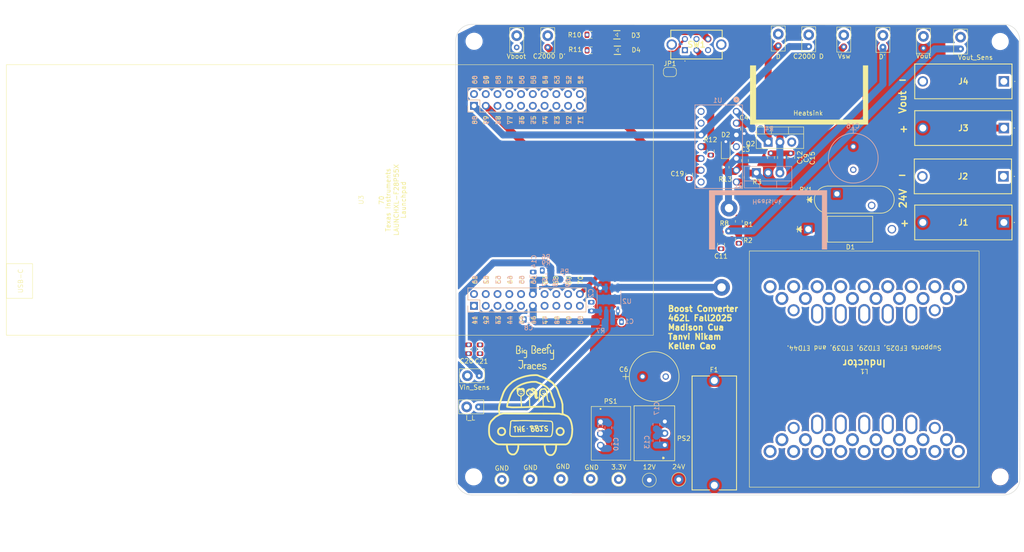
<source format=kicad_pcb>
(kicad_pcb (version 20241229) (generator "pcbnew") (generator_version "9.0")
  (layers (0 "F.Cu" signal) (4 "In1.Cu" signal) (6 "In2.Cu" signal) (2 "B.Cu" signal) (13 "F.Paste" user) (15 "B.Paste" user) (5 "F.SilkS" user "F.Silkscreen") (7 "B.SilkS" user "B.Silkscreen") (1 "F.Mask" user) (3 "B.Mask" user) (25 "Edge.Cuts" user))
  (net 0 "")
  (net 1 "+3.3V")
  (net 2 "GND")
  (net 3 "Net-(D2-K)")
  (net 4 "Net-(J6-Pin_1)")
  (net 5 "+24V")
  (net 6 "Net-(U1-HO)")
  (net 7 "/ADCINA9")
  (net 8 "Net-(U1-LO)")
  (net 9 "/ADCINA0")
  (net 10 "/ADCINA4")
  (net 11 "+12V")
  (net 12 "Vout")
  (net 13 "Net-(D3-A)")
  (net 14 "Net-(D3-K)")
  (net 15 "Net-(D4-A)")
  (net 16 "Net-(D4-K)")
  (net 17 "Vsw")
  (net 18 "C2000 D ")
  (net 19 "D'")
  (net 20 "D")
  (net 21 "C2000 D'")
  (net 22 "Vboot")
  (net 23 "Vin_sens")
  (net 24 "Vout_sens")
  (net 25 "I_L")
  (net 26 "Net-(JP1-A)")
  (net 27 "SD")
  (net 76 "Vin")
  (net 80 "Net-(U2-FILTER)")
  (footprint "TestPoint:TestPoint_Loop_D1.80mm_Drill1.0mm_Beaded" (layer "F.Cu") (at 29.99 136.23)
    (property "Reference" "GND")
    (property "Value" "TestPoint")
  )
  (footprint "images:BigBeefyJraces" (layer "F.Cu") (at 36.85 109.58)
    (property "Reference" "G***" (hide yes))
    (property "Value" "LOGO" (hide yes))
  )
  (footprint "ECE462L:TP" (layer "F.Cu") (at 129.04 41.93 90)
    (property "Reference" "Vout_Sens")
    (property "Value" "Conn_01x02")
  )
  (footprint "Resistor_SMD:R_0805_2012Metric" (layer "F.Cu") (at 78.31 68.75 -90)
    (property "Reference" "R13")
    (property "Value" "2 Ohm")
  )
  (footprint "ECE462L:Inductor_wire_conn" (layer "F.Cu") (at 79.04 77.57)
    (property "Reference" "J5" (hide yes))
    (property "Value" "Conn_01x01" (hide yes))
  )
  (footprint "ECE462L:Inductor" (layer "F.Cu") (at 108.24 112.33 180)
    (property "Reference" "L1")
    (property "Value" "L")
  )
  (footprint "Capacitor_SMD:C_0805_2012Metric" (layer "F.Cu") (at 90.28 66.645 90)
    (property "Reference" "C9")
    (property "Value" "0.01μF")
  )
  (footprint "ECE462L:TP" (layer "F.Cu") (at 112.27 41.55 90)
    (property "Reference" "D'")
    (property "Value" "Conn_01x02")
  )
  (footprint "ECE462L:V100ZA15P" (layer "F.Cu") (at 102.34 74.5)
    (property "Reference" "RV1")
    (property "Value" "Varistor")
  )
  (footprint "ECE462L:LAUNCHXL-F28P55X_BottomHalf" (layer "F.Cu") (at 3.66 75.81 90)
    (property "Reference" "U3")
    (property "Value" "LAUNCHXL-F28P55X_BottomHalf")
  )
  (footprint "TestPoint:TestPoint_Loop_D1.80mm_Drill1.0mm_Beaded" (layer "F.Cu") (at 55.21 136.13)
    (property "Reference" "3.3V")
    (property "Value" "TestPoint")
  )
  (footprint "MountingHole:MountingHole_3.2mm_M3" (layer "F.Cu") (at 23.9 135.6)
    (property "Reference" "H2" (hide yes))
    (property "Value" "MountingHole")
  )
  (footprint "images:BBJLogo" (layer "F.Cu") (at 36.23 122.4)
    (property "Reference" "G***" (hide yes))
    (property "Value" "LOGO" (hide yes))
  )
  (footprint "ECE462L:WL-SMRW_1206_REC" (layer "F.Cu") (at 54.82 40.16)
    (property "Reference" "D3")
    (property "Value" "LED")
  )
  (footprint "ECE462L:696108003002" (layer "F.Cu") (at 75.87 126.12 90)
    (property "Reference" "F1")
    (property "Value" "Fuse")
  )
  (footprint "ECE462L:TP" (layer "F.Cu") (at 96.25 41.43 90)
    (property "Reference" "C2000 D")
    (property "Value" "Conn_01x02")
  )
  (footprint "Resistor_SMD:R_0805_2012Metric" (layer "F.Cu") (at 78.0175 82.51)
    (property "Reference" "R8")
    (property "Value" "100")
  )
  (footprint "ECE462L:TP" (layer "F.Cu") (at 121.02 41.76 90)
    (property "Reference" "Vout")
    (property "Value" "Conn_01x02")
  )
  (footprint "ECE462L:1.5KE75A" (layer "F.Cu") (at 96.1506 82.13)
    (property "Reference" "D1")
    (property "Value" "D_Zener" (hide yes))
  )
  (footprint "Diode_SMD:Nexperia_CFP3_SOD-123W" (layer "F.Cu") (at 78.33 64.62 90)
    (property "Reference" "D2")
    (property "Value" "PMEG10020ELR")
  )
  (footprint "ECE462L:973582101" (layer "F.Cu") (at 138.39 60.29 180)
    (property "Reference" "J3")
    (property "Value" "973582101" (hide yes))
  )
  (footprint "ECE462L:973582100" (layer "F.Cu") (at 138.39 50.21 180)
    (property "Reference" "J4")
    (property "Value" "973582100" (hide yes))
  )
  (footprint "ECE462L:973582101" (layer "F.Cu") (at 138.39 80.67 180)
    (property "Reference" "J1")
    (property "Value" "973582101" (hide yes))
  )
  (footprint "ECE462L:TP" (layer "F.Cu") (at 39.9 41.6 90)
    (property "Reference" "C2000 D'")
    (property "Value" "Conn_01x02")
  )
  (footprint "Jumper:SolderJumper-2_P1.3mm_Open_RoundedPad1.0x1.5mm" (layer "F.Cu") (at 66.28 48.18)
    (property "Reference" "JP1")
    (property "Value" "SolderJumper_2_Open")
  )
  (footprint "Package_TO_SOT_THT:TO-220-3_Vertical" (layer "F.Cu") (at 87.5 63.32)
    (property "Reference" "Q2")
    (property "Value" "NMOS")
  )
  (footprint "Resistor_SMD:R_0805_2012Metric" (layer "F.Cu") (at 49.28 40.15 180)
    (property "Reference" "R10")
    (property "Value" "1k")
  )
  (footprint "MountingHole:MountingHole_3.2mm_M3" (layer "F.Cu") (at 24 41.55)
    (property "Reference" "H4" (hide yes))
    (property "Value" "MountingHole")
  )
  (footprint "TestPoint:TestPoint_Loop_D1.80mm_Drill1.0mm_Beaded" (layer "F.Cu") (at 49.17 136.02)
    (property "Reference" "GND")
    (property "Value" "TestPoint")
  )
  (footprint "ECE462L:WL-SMRW_1206_REC" (layer "F.Cu") (at 54.94 43.49)
    (property "Reference" "D4")
    (property "Value" "LED")
  )
  (footprint "ECE462L:Inductor_wire_conn" (layer "F.Cu") (at 77.44 94.69)
    (property "Reference" "J6" (hide yes))
    (property "Value" "Conn_01x01" (hide yes))
  )
  (footprint "Capacitor_SMD:C_0805_2012Metric" (layer "F.Cu") (at 22.82 108.04 -90)
    (property "Reference" "C20")
    (property "Value" "0.1μF")
  )
  (footprint "MountingHole:MountingHole_3.2mm_M3" (layer "F.Cu") (at 137.6 41.6)
    (property "Reference" "H1" (hide yes))
    (property "Value" "MountingHole")
  )
  (footprint "ECE462L:TP" (layer "F.Cu") (at 23.68 120.49 180)
    (property "Reference" "I_L")
    (property "Value" "Conn_01x02")
  )
  (footprint "Capacitor_SMD:C_0805_2012Metric" (layer "F.Cu") (at 77.33 85.39 -90)
    (property "Reference" "C11")
    (property "Value" "1n")
  )
  (footprint "Capacitor_SMD:C_0805_2012Metric" (layer "F.Cu") (at 82.49 67.31 90)
    (property "Reference" "C3")
    (property "Value" "C")
  )
  (footprint "ECE462L:TP" (layer "F.Cu") (at 23.83 113.76 180)
    (property "Reference" "Vin_Sens")
    (property "Value" "Conn_01x02")
  )
  (footprint "ECE462L:TP" (layer "F.Cu") (at 103.82 41.49 90)
    (property "Reference" "Vsw")
    (property "Value" "Conn_01x02")
  )
  (footprint "MountingHole:MountingHole_3.2mm_M3" (layer "F.Cu") (at 137.6 135.6)
    (property "Reference" "H3" (hide yes))
    (property "Value" "MountingHole")
  )
  (footprint "Capacitor_SMD:C_0805_2012Metric" (layer "F.Cu") (at 82.31 60.54 90)
    (property "Reference" "C4")
    (property "Value" "0.1μF")
  )
  (footprint "Resistor_SMD:R_0805_2012Metric" (layer "F.Cu") (at 75.11 65.2125 -90)
    (property "Reference" "R12")
    (property "Value" "1k")
  )
  (footprint "Resistor_SMD:R_0805_2012Metric" (layer "F.Cu") (at 49.3075 43.49 180)
    (property "Reference" "R11")
    (property "Value" "1k")
  )
  (footprint "ECE462L:R-78E3.3-1.0" (layer "F.Cu") (at 53.55 126.26 -90)
    (property "Reference" "PS1")
    (property "Value" "R-78E3.3-1.0")
  )
  (footprint "Capacitor_SMD:C_0805_2012Metric" (layer "F.Cu") (at 88.11 66.655 90)
    (property "Reference" "C12")
    (property "Value" "0.1μF")
  )
  (footprint "TestPoint:TestPoint_Loop_D1.80mm_Drill1.0mm_Beaded" (layer "F.Cu") (at 42.74 136.05)
    (property "Reference" "GND")
    (property "Value" "TestPoint")
  )
  (footprint "Resistor_SMD:R_0805_2012Metric" (layer "F.Cu") (at 83.05 70.9325 90)
    (property "Reference" "R3")
    (property "Value" "R_Small")
  )
  (footprint "TestPoint:TestPoint_Loop_D1.80mm_Drill1.0mm_Beaded" (layer "F.Cu") (at 61.83 136.3)
    (property "Reference" "12V")
    (property "Value" "TestPoint")
  )
  (footprint "ECE462L:TP" (layer "F.Cu") (at 33.2 41.6 90)
    (property "Reference" "Vboot")
    (property "Value" "Conn_01x02")
  )
  (footprint "Capacitor_SMD:C_0805_2012Metric" (layer "F.Cu") (at 25.28 108.06 -90)
    (property "Reference" "C21")
    (property "Value" "1μF")
  )
  (footprint "ECE462L:TP" (layer "F.Cu") (at 89.68 41.26 90)
    (property "Reference" "D")
    (property "Value" "Conn_01x02")
  )
  (footprint "Resistor_SMD:R_0805_2012Metric" (layer "F.Cu") (at 81.17 84.24 -90)
    (property "Reference" "R2")
    (property "Value" "3.3k")
  )
  (footprint "ECE462L:HSS-B20-NPS-01" (layer "F.Cu") (at 96.34 53.15)
    (property "Reference" "HS2" (hide yes))
    (property "Value" "Heatsink")
  )
  (footprint "ECE462L:R-78E-0.5_RCP" (layer "F.Cu") (at 65.18 128.73 90)
    (property "Reference" "PS2")
    (property "Value" "R-78E12-0.5")
  )
  (footprint "Capacitor_SMD:C_0805_2012Metric" (layer "F.Cu") (at 70.46 70.26 -90)
    (property "Reference" "C19")
    (property "Value" "1μF")
  )
  (footprint "TestPoint:TestPoint_Loop_D1.80mm_Drill1.0mm_Beaded" (layer "F.Cu") (at 68.19 136.18)
    (property "Reference" "24V")
    (property "Value" "TestPoint")
  )
  (footprint "TestPoint:TestPoint_Loop_D1.80mm_Drill1.0mm_Beaded" (layer "F.Cu") (at 36.14 136.13)
    (property "Reference" "GND")
    (property "Value" "TestPoint")
  )
  (footprint "ECE462L:973582100" (layer "F.Cu") (at 138.3 70.72 180)
    (property "Reference" "J2")
    (property "Value" "973582100" (hide yes))
  )
  (footprint "Resistor_SMD:R_0805_2012Metric" (layer "F.Cu") (at 81.16 80.425 -90)
    (property "Reference" "R1")
    (property "Value" "47k")
  )
  (footprint "ECE462L:SLW1116297AD" (layer "F.Cu") (at 69.52 43.46)
    (property "Reference" "SW1")
    (property "Value" "SW_Push_DPDT" (hide yes))
  )
  (footprint "ECE462L:16PX2200MEFC10X20" (layer "F.Cu") (at 60.37675 113.95)
    (property "Reference" "C6")
    (property "Value" "100uF")
  )
  (footprint "Capacitor_SMD:C_0805_2012Metric" (layer "F.Cu") (at 92.48 66.635 90)
    (property "Reference" "C15")
    (property "Value" "1μF")
  )
  (footprint "Resistor_SMD:R_0805_2012Metric" (layer "B.Cu") (at 39.6375 91.05 180)
    (property "Reference" "R6")
    (property "Value" "3.3k")
  )
  (footprint "Capacitor_SMD:C_0805_2012Metric" (layer "B.Cu") (at 49.3 98.85 90)
    (property "Reference" "C2")
    (property "Value" "0.1μF")
  )
  (footprint "ECE462L:1-2199298-3" (layer "B.Cu") (at 80.63 56.69 -90)
    (property "Reference" "U1")
    (property "Value" "IR2010")
  )
  (footprint "Resistor_SMD:R_0805_2012Metric" (layer "B.Cu") (at 84.93 60.47)
    (property "Reference" "R4")
    (property "Value" "R_Small")
  )
  (footprint "Capacitor_SMD:C_0805_2012Metric" (layer "B.Cu") (at 52.96 128.53 90)
    (property "Reference" "C10")
    (property "Value" "10uF")
  )
  (footprint "Resistor_SMD:R_0805_2012Metric" (layer "B.Cu") (at 51.35 102.13)
    (property "Reference" "R7")
    (property "Value" "100")
  )
  (footprint "Capacitor_SMD:C_0805_2012Metric" (layer "B.Cu") (at 36.77 92.32 90)
    (property "Reference" "C14")
    (property "Value" "1n")
  )
  (footprint "Package_TO_SOT_THT:TO-220-3_Vertical" (layer "B.Cu") (at 84.94 69.95)
    (property "Reference" "Q1")
    (property "Value" "NMOS")
  )
  (footprint "Capacitor_SMD:C_0805_2012Metric" (layer "B.Cu") (at 52.99 124.99 -90)
    (property "Reference" "C7")
    (property "Value" "10uF")
  )
  (footprint "Capacitor_SMD:C_0805_2012Metric" (layer "B.Cu") (at 35.81 101.63 180)
    (property "Reference" "C8")
    (property "Value" "1n")
  )
  (footprint "Resistor_SMD:R_0805_2012Metric" (layer "B.Cu") (at 43.4675 92.94 180)
    (property "Reference" "R5")
    (property "Value" "22k")
  )
  (footprint "Capacitor_SMD:C_0805_2012Metric" (layer "B.Cu") (at 63.36 127.79 90)
    (property "Reference" "C13")
    (property "Value" "10uF")
  )
  (footprint "Capacitor_SMD:C_0805_2012Metric" (layer "B.Cu") (at 63.36 124.29 -90)
    (property "Reference" "C17")
    (property "Value" "10uF")
  )
  (footprint "Package_SO:SOIC-8_3.9x4.9mm_P1.27mm" (layer "B.Cu") (at 53.125 97.315 -90)
    (property "Reference" "U2")
    (property "Value" "CT416-HSN820DR")
  )
  (footprint "ECE462L:16PX2200MEFC10X20" (layer "B.Cu") (at 105.87 64.29 -90)
    (property "Reference" "C16")
    (property "Value" "100uF")
  )
  (footprint "ECE462L:HSS-B20-NPS-01" (layer "B.Cu") (at 87.48 80.11)
    (property "Reference" "HS1" (hide yes))
    (property "Value" "Heatsink")
  )
  (footprint "Resistor_SMD:R_0805_2012Metric" (layer "B.Cu") (at 39.6575 93.14)
    (property "Reference" "R9")
    (property "Value" "100")
  )
  (footprint "Capacitor_SMD:C_0805_2012Metric" (layer "B.Cu") (at 54.87 102.09)
    (property "Reference" "C1")
    (property "Value" "100 pF")
  )
  (gr_line (start 141.844102 136.050001) (end 141.812557 41.326741) (stroke (width 0.1)) (layer "Edge.Cuts"))
  (gr_line (start 138.362558 37.891611) (end 23.5 37.900003) (stroke (width 0.1)) (layer "Edge.Cuts"))
  (gr_arc (start 20.055898 41.349999) (mid 21.064287 38.912557) (end 23.5 37.9) (stroke (width 0.1)) (layer "Edge.Cuts"))
  (gr_line (start 20.055898 41.349999) (end 20.089512 136.060483) (stroke (width 0.1)) (layer "Edge.Cuts"))
  (gr_arc (start 141.844102 136.050001) (mid 140.835713 138.487443) (end 138.4 139.5) (stroke (width 0.1)) (layer "Edge.Cuts"))
  (gr_arc (start 138.362558 37.891611) (mid 140.8 38.9) (end 141.812557 41.335713) (stroke (width 0.1)) (layer "Edge.Cuts"))
  (gr_arc (start 23.539512 139.510483) (mid 21.1 138.5) (end 20.089512 136.060483) (stroke (width 0.1)) (layer "Edge.Cuts"))
  (gr_line (start 23.53953 139.510483) (end 138.4 139.5) (stroke (width 0.1)) (layer "Edge.Cuts"))
  (gr_text "-\n" (at 115.3 71.27 0) (layer "F.SilkS") (effects (font (size 1.5 1.5) (thickness 0.3) (bold yes)) (justify left bottom)))
  (gr_text "+\n" (at 115.85 81.66 0) (layer "F.SilkS") (effects (font (size 1.5 1.5) (thickness 0.3) (bold yes)) (justify left bottom)))
  (gr_text "Boost Converter \n462L Fall2025\nMadison Cua\nTanvi Nikam\nKellen Cao" (at 65.71 108.09 0) (layer "F.SilkS") (effects (font (size 1.25 1.25) (thickness 0.3) (bold yes)) (justify left bottom)))
  (gr_text "24V" (at 117.49 77.76 90) (layer "F.SilkS") (effects (font (size 1.5 1.5) (thickness 0.3) (bold yes)) (justify left bottom)))
  (gr_text "-\n" (at 115.39 50.71 0) (layer "F.SilkS") (effects (font (size 1.5 1.5) (thickness 0.3) (bold yes)) (justify left bottom)))
  (gr_text "+\n" (at 115.66 61.31 0) (layer "F.SilkS") (effects (font (size 1.5 1.5) (thickness 0.3) (bold yes)) (justify left bottom)))
  (gr_text "Vout\n" (at 117.41 57.33 90) (layer "F.SilkS") (effects (font (size 1.5 1.5) (thickness 0.3) (bold yes)) (justify left bottom)))
  (segment (start 73.01 69.39) (end 70.54 69.39) (width 1.5) (layer "F.Cu") (net 1))
  (segment (start 70.54 69.39) (end 70.46 69.31) (width 1.5) (layer "F.Cu") (net 1))
  (via (at 22.82 107.09) (size 0.9) (drill 0.6) (layers "F.Cu" "B.Cu") (net 1))
  (via (at 25.3 107.08) (size 0.9) (drill 0.6) (layers "F.Cu" "B.Cu") (net 1))
  (via (at 75.12 66.14) (size 0.9) (drill 0.6) (layers "F.Cu" "B.Cu") (net 1))
  (via (at 49.35 99.77) (size 0.9) (drill 0.6) (layers "F.Cu" "B.Cu") (net 1))
  (segment (start 51.3 128.8) (end 51.97 129.47) (width 1.5) (layer "B.Cu") (net 1))
  (segment (start 51.97 129.47) (end 52.93 129.47) (width 1.5) (layer "B.Cu") (net 1))
  (segment (start 51.22 99.79) (end 49.37 99.79) (width 1) (layer "B.Cu") (net 1))
  (segment (start 49.37 99.79) (end 49.35 99.77) (width 1) (layer "B.Cu") (net 1))
  (segment (start 80.63 59.23) (end 81.95 59.23) (width 1.5) (layer "F.Cu") (net 2))
  (segment (start 81.95 59.23) (end 82.31 59.59) (width 1.5) (layer "F.Cu") (net 2))
  (segment (start 88.16 65.755) (end 88.11 65.705) (width 1.25) (layer "F.Cu") (net 2))
  (segment (start 92.38 65.755) (end 88.16 65.755) (width 1.25) (layer "F.Cu") (net 2))
  (via (at 38.7 91.02) (size 0.9) (drill 0.6) (layers "F.Cu" "B.Cu") (net 2))
  (via (at 25.29 108.98) (size 0.9) (drill 0.6) (layers "F.Cu" "B.Cu") (net 2))
  (via (at 92.38 65.755) (size 0.9) (drill 0.6) (layers "F.Cu" "B.Cu") (net 2))
  (via (at 22.78 108.99) (size 0.9) (drill 0.6) (layers "F.Cu" "B.Cu") (net 2))
  (via (at 81.14 85.18) (size 0.9) (drill 0.6) (layers "F.Cu" "B.Cu") (net 2))
  (via (at 70.43 71.18) (size 0.9) (drill 0.6) (layers "F.Cu" "B.Cu") (net 2))
  (via (at 36.71 91.39) (size 0.9) (drill 0.6) (layers "F.Cu" "B.Cu") (net 2))
  (via (at 34.8 101.56) (size 0.9) (drill 0.6) (layers "F.Cu" "B.Cu") (net 2))
  (via (at 88.06 65.725) (size 0.9) (drill 0.6) (layers "F.Cu" "B.Cu") (net 2))
  (via (at 48.4 40.15) (size 0.9) (drill 0.6) (layers "F.Cu" "B.Cu") (net 2))
  (via (at 48.39 43.56) (size 0.9) (drill 0.6) (layers "F.Cu" "B.Cu") (net 2))
  (via (at 49.33 97.88) (size 0.9) (drill 0.6) (layers "F.Cu" "B.Cu") (net 2))
  (via (at 77.34 86.36) (size 0.9) (drill 0.6) (layers "F.Cu" "B.Cu") (net 2))
  (via (at 55.06 99.79) (size 0.9) (drill 0.6) (layers "F.Cu" "B.Cu") (net 2))
  (via (at 55.83 102.16) (size 0.9) (drill 0.6) (layers "F.Cu" "B.Cu") (net 2))
  (segment (start 65.18 126.19) (end 64.01 126.19) (width 1.5) (layer "B.Cu") (net 2))
  (segment (start 64.01 126.19) (end 63.36 126.84) (width 1.5) (layer "B.Cu") (net 2))
  (segment (start 51.64 126.26) (end 52.96 127.58) (width 1.5) (layer "B.Cu") (net 2))
  (segment (start 52.67 126.26) (end 52.99 125.94) (width 1.5) (layer "B.Cu") (net 2))
  (segment (start 65.18 126.19) (end 64.31 126.19) (width 1.5) (layer "B.Cu") (net 2))
  (segment (start 64.31 126.19) (end 63.36 125.24) (width 1.5) (layer "B.Cu") (net 2))
  (segment (start 51.3 126.26) (end 52.67 126.26) (width 1.5) (layer "B.Cu") (net 2))
  (segment (start 51.3 126.26) (end 51.64 126.26) (width 1.5) (layer "B.Cu") (net 2))
  (segment (start 78.33 66.02) (end 78.33 67.8175) (width 1.5) (layer "F.Cu") (net 3))
  (segment (start 78.33 67.8175) (end 78.31 67.8375) (width 1.5) (layer "F.Cu") (net 3))
  (segment (start 55.18 94.69) (end 55.03 94.84) (width 1.5) (layer "B.Cu") (net 4))
  (segment (start 55.03 94.84) (end 53.941 94.84) (width 1.5) (layer "B.Cu") (net 4))
  (segment (start 77.44 94.69) (end 55.18 94.69) (width 1.5) (layer "B.Cu") (net 4))
  (segment (start 65.18 128.73) (end 63.37 128.73) (width 1.5) (layer "B.Cu") (net 5))
  (segment (start 63.37 128.73) (end 63.36 128.74) (width 1.5) (layer "B.Cu") (net 5))
  (segment (start 52.67 123.72) (end 52.99 124.04) (width 1.5) (layer "B.Cu") (net 5))
  (segment (start 51.3 123.72) (end 52.67 123.72) (width 1.5) (layer "B.Cu") (net 5))
  (segment (start 80.63 71.93) (end 82.965 71.93) (width 1.5) (layer "F.Cu") (net 6))
  (segment (start 82.965 71.93) (end 83.05 71.845) (width 1.5) (layer "F.Cu") (net 6))
  (segment (start 50.4375 102.13) (end 37.26 102.13) (width 1.5) (layer "B.Cu") (net 7))
  (segment (start 36.76 98.75) (end 36.68 98.67) (width 1.5) (layer "B.Cu") (net 7))
  (segment (start 36.76 101.63) (end 36.76 98.75) (width 1.5) (layer "B.Cu") (net 7))
  (segment (start 37.26 102.13) (end 36.76 101.63) (width 1.5) (layer "B.Cu") (net 7))
  (segment (start 80.63 56.69) (end 84.0175 60.0775) (width 1.5) (layer "B.Cu") (net 8))
  (segment (start 84.0175 60.0775) (end 84.0175 60.47) (width 1.5) (layer "B.Cu") (net 8))
  (segment (start 77.33 84.44) (end 77.33 82.735) (width 1) (layer "F.Cu") (net 9))
  (segment (start 77.33 84.44) (end 58.53 84.44) (width 1) (layer "F.Cu") (net 9))
  (segment (start 77.33 82.735) (end 77.105 82.51) (width 1) (layer "F.Cu") (net 9))
  (segment (start 58.53 84.44) (end 46.84 96.13) (width 1) (layer "F.Cu") (net 9))
  (segment (start 38.745 93.14) (end 36.9 93.14) (width 1.5) (layer "B.Cu") (net 10))
  (segment (start 36.77 96.04) (end 36.68 96.13) (width 1.5) (layer "B.Cu") (net 10))
  (segment (start 36.9 93.14) (end 36.77 93.27) (width 1.5) (layer "B.Cu") (net 10))
  (segment (start 36.77 93.27) (end 36.77 96.04) (width 1.5) (layer "B.Cu") (net 10))
  (segment (start 79.429383 62.970617) (end 79.429383 63.099384) (width 1.5) (layer "F.Cu") (net 11))
  (segment (start 80.63 61.77) (end 79.429383 62.970617) (width 1.5) (layer "F.Cu") (net 11))
  (segment (start 79.429383 63.099384) (end 78.450616 63.099384) (width 1.5) (layer "F.Cu") (net 11))
  (segment (start 78.450616 63.099384) (end 78.33 63.22) (width 1.5) (layer "F.Cu") (net 11))
  (via (at 78.36 63.22) (size 0.9) (drill 0.6) (layers "F.Cu" "B.Cu") (net 11))
  (via (at 82.32 61.48) (size 0.9) (drill 0.6) (layers "F.Cu" "B.Cu") (net 11))
  (segment (start 65.18 123.65) (end 64.87 123.34) (width 1.5) (layer "B.Cu") (net 11))
  (segment (start 64.87 123.34) (end 63.36 123.34) (width 1.5) (layer "B.Cu") (net 11))
  (segment (start 120.89 60.29) (end 138.39 60.29) (width 1.5) (layer "F.Cu") (net 12))
  (segment (start 72.919 39.459) (end 57.271 39.459) (width 1.5) (layer "F.Cu") (net 13))
  (segment (start 74.52 41.06) (end 72.919 39.459) (width 1.5) (layer "F.Cu") (net 13))
  (segment (start 57.271 39.459) (end 56.57 40.16) (width 1.5) (layer "F.Cu") (net 13))
  (segment (start 53.06 40.15) (end 53.07 40.16) (width 1.25) (layer "F.Cu") (net 14))
  (segment (start 50.1925 40.15) (end 53.06 40.15) (width 1.25) (layer "F.Cu") (net 14))
  (segment (start 68.419 42.739801) (end 68.419 42.161) (width 0.5) (layer "F.Cu") (net 15))
  (segment (start 57.036 43.836) (end 67.322801 43.836) (width 0.5) (layer "F.Cu") (net 15))
  (segment (start 56.69 43.49) (end 57.036 43.836) (width 0.5) (layer "F.Cu") (net 15))
  (segment (start 68.419 42.161) (end 69.52 41.06) (width 0.5) (layer "F.Cu") (net 15))
  (segment (start 67.322801 43.836) (end 68.419 42.739801) (width 0.5) (layer "F.Cu") (net 15))
  (segment (start 50.22 43.49) (end 53.19 43.49) (width 1.25) (layer "F.Cu") (net 16))
  (segment (start 90.04 56.54) (end 90.04 63.32) (width 1.5) (layer "F.Cu") (net 17))
  (segment (start 81.12 66.36) (end 80.63 66.85) (width 1.5) (layer "F.Cu") (net 17))
  (segment (start 82.49 66.36) (end 81.12 66.36) (width 1.5) (layer "F.Cu") (net 17))
  (segment (start 103.82 42.76) (end 90.04 56.54) (width 1.5) (layer "F.Cu") (net 17))
  (segment (start 90.02 69.95) (end 90.02 66.65) (width 1.5) (layer "B.Cu") (net 17))
  (segment (start 90.02 66.65) (end 89.544 67.126) (width 1.5) (layer "B.Cu") (net 17))
  (segment (start 78.925001 77.455001) (end 78.925001 68.554999) (width 1.5) (layer "B.Cu") (net 17))
  (segment (start 78.925001 68.554999) (end 80.63 66.85) (width 1.5) (layer "B.Cu") (net 17))
  (segment (start 80.906 67.126) (end 80.63 66.85) (width 1.5) (layer "B.Cu") (net 17))
  (segment (start 90.02 63.34) (end 90.04 63.32) (width 1.5) (layer "B.Cu") (net 17))
  (segment (start 89.544 67.126) (end 80.906 67.126) (width 1.5) (layer "B.Cu") (net 17))
  (segment (start 90.02 66.65) (end 90.02 63.34) (width 1.5) (layer "B.Cu") (net 17))
  (segment (start 79.04 77.57) (end 78.925001 77.455001) (width 1.5) (layer "B.Cu") (net 17))
  (segment (start 30.253001 61.77) (end 73.01 61.77) (width 1.5) (layer "B.Cu") (net 18))
  (segment (start 23.98 55.496999) (end 30.253001 61.77) (width 1.5) (layer "B.Cu") (net 18))
  (segment (start 73.01 61.77) (end 92.08 42.7) (width 1.5) (layer "B.Cu") (net 18))
  (segment (start 92.08 42.7) (end 96.25 42.7) (width 1.5) (layer "B.Cu") (net 18))
  (segment (start 23.98 55.49) (end 23.98 55.496999) (width 1.5) (layer "B.Cu") (net 18))
  (segment (start 83.05 70.02) (end 84.87 70.02) (width 1.5) (layer "F.Cu") (net 19))
  (segment (start 84.94 69.972679) (end 84.94 69.95) (width 1.25) (layer "F.Cu") (net 19))
  (segment (start 84.87 70.02) (end 84.94 69.95) (width 1.5) (layer "F.Cu") (net 19))
  (segment (start 112.27 50.8) (end 91.169 71.901) (width 1.5) (layer "B.Cu") (net 19))
  (segment (start 91.169 71.901) (end 86.691544 71.901) (width 1.5) (layer "B.Cu") (net 19))
  (segment (start 112.27 42.82) (end 112.27 50.8) (width 1.5) (layer "B.Cu") (net 19))
  (segment (start 86.691544 71.901) (end 84.94 70.149456) (width 1.5) (layer "B.Cu") (net 19))
  (segment (start 84.94 70.149456) (end 84.94 69.95) (width 1.5) (layer "B.Cu") (net 19))
  (segment (start 89.68 42.53) (end 87.5 44.71) (width 1.5) (layer "F.Cu") (net 20))
  (segment (start 87.5 44.71) (end 87.5 63.32) (width 1.5) (layer "F.Cu") (net 20))
  (segment (start 85.8425 60.47) (end 85.8425 61.6625) (width 1.5) (layer "B.Cu") (net 20))
  (segment (start 85.8425 61.6625) (end 87.5 63.32) (width 1.5) (layer "B.Cu") (net 20))
  (segment (start 63.82 66.79) (end 63.82 66.85) (width 1.5) (layer "F.Cu") (net 21))
  (segment (start 63.82 66.85) (end 73.01 66.85) (width 1.5) (layer "F.Cu") (net 21))
  (segment (start 26.52 55.49) (end 26.52 55.496999) (width 1.5) (layer "F.Cu") (net 21))
  (segment (start 26.52 55.496999) (end 37.873001 66.85) (width 1.5) (layer "F.Cu") (net 21))
  (segment (start 37.873001 66.85) (end 63.82 66.85) (width 1.5) (layer "F.Cu") (net 21))
  (segment (start 39.9 42.87) (end 63.82 66.79) (width 1.5) (layer "F.Cu") (net 21))
  (segment (start 78.31 69.6625) (end 80.3575 69.6625) (width 1.5) (layer "F.Cu") (net 22))
  (segment (start 81.76 68.26) (end 80.63 69.39) (width 1.5) (layer "F.Cu") (net 22))
  (segment (start 82.49 68.26) (end 81.76 68.26) (width 1.5) (layer "F.Cu") (net 22))
  (segment (start 80.3575 69.6625) (end 80.63 69.39) (width 1.5) (layer "F.Cu") (net 22))
  (segment (start 25.1 113.76) (end 25.1 113.291314) (width 1.5) (layer "B.Cu") (net 23))
  (segment (start 42.555 92.94) (end 40.77 92.94) (width 1.5) (layer "B.Cu") (net 23))
  (segment (start 39.491898 89.399) (end 40.55 90.457102) (width 1.5) (layer "B.Cu") (net 23))
  (segment (start 21.379 96.184001) (end 28.164001 89.399) (width 1.5) (layer "B.Cu") (net 23))
  (segment (start 28.164001 89.399) (end 39.491898 89.399) (width 1.5) (layer "B.Cu") (net 23))
  (segment (start 40.55 90.457102) (end 40.55 91.05) (width 1.5) (layer "B.Cu") (net 23))
  (segment (start 40.77 92.94) (end 40.57 93.14) (width 1.5) (layer "B.Cu") (net 23))
  (segment (start 21.379 109.570314) (end 21.379 96.184001) (width 1.5) (layer "B.Cu") (net 23))
  (segment (start 25.1 113.291314) (end 21.379 109.570314) (width 1.5) (layer "B.Cu") (net 23))
  (segment (start 40.57 93.14) (end 40.57 91.07) (width 1.5) (layer "B.Cu") (net 23))
  (segment (start 40.57 91.07) (end 40.55 91.05) (width 1.5) (layer "B.Cu") (net 23))
  (segment (start 80.3525 82.51) (end 81.17 83.3275) (width 1.25) (layer "F.Cu") (net 24))
  (segment (start 81.16 81.45) (end 81.16 83.3175) (width 1.25) (layer "F.Cu") (net 24))
  (segment (start 81.16 81.3375) (end 81.16 81.45) (width 1.25) (layer "F.Cu") (net 24))
  (segment (start 80.1025 81.3375) (end 78.93 82.51) (width 1.25) (layer "F.Cu") (net 24))
  (segment (start 78.93 82.51) (end 80.3525 82.51) (width 1.25) (layer "F.Cu") (net 24))
  (segment (start 81.16 81.3375) (end 80.1025 81.3375) (width 1.25) (layer "F.Cu") (net 24))
  (segment (start 81.16 83.3175) (end 81.17 83.3275) (width 1.25) (layer "F.Cu") (net 24))
  (via (at 78.93 82.51) (size 0.9) (drill 0.6) (layers "F.Cu" "B.Cu") (net 24))
  (segment (start 123.48 43.2) (end 84.17 82.51) (width 1.5) (layer "B.Cu") (net 24))
  (segment (start 84.17 82.51) (end 78.93 82.51) (width 1.5) (layer "B.Cu") (net 24))
  (segment (start 129.04 43.2) (end 123.48 43.2) (width 1.5) (layer "B.Cu") (net 24))
  (segment (start 24.95 120.49) (end 35.330398 120.49) (width 1.5) (layer "B.Cu") (net 25))
  (segment (start 52.2625 103.557898) (end 52.2625 102.13) (width 1.5) (layer "B.Cu") (net 25))
  (segment (start 52.2625 102.13) (end 52.546 101.8465) (width 1) (layer "B.Cu") (net 25))
  (segment (start 52.546 101.8465) (end 52.546 99.79) (width 1) (layer "B.Cu") (net 25))
  (segment (start 35.330398 120.49) (end 52.2625 103.557898) (width 1.5) (layer "B.Cu") (net 25))
  (segment (start 72.699999 48.95) (end 67.7 48.95) (width 1) (layer "F.Cu") (net 27))
  (segment (start 75.11 64.3) (end 75.11 51.360001) (width 1.5) (layer "F.Cu") (net 27))
  (segment (start 72.629999 49.02) (end 72.699999 48.95) (width 1) (layer "F.Cu") (net 27))
  (segment (start 72.699999 48.95) (end 72.699999 44.139999) (width 1.25) (layer "F.Cu") (net 27))
  (segment (start 67.7 48.95) (end 66.93 48.18) (width 1) (layer "F.Cu") (net 27))
  (segment (start 75.11 51.360001) (end 72.699999 48.95) (width 1.5) (layer "F.Cu") (net 27))
  (segment (start 73.02 64.3) (end 73.01 64.31) (width 1.5) (layer "F.Cu") (net 27))
  (segment (start 75.11 64.3) (end 73.02 64.3) (width 1.5) (layer "F.Cu") (net 27))
  (segment (start 72.699999 44.139999) (end 72.02 43.46) (width 1.25) (layer "F.Cu") (net 27))
  (via (at 51.22 94.84) (size 1.1) (drill 0.8) (layers "F.Cu" "B.Cu") (net 76))
  (segment (start 51.22 94.84) (end 49.32 92.94) (width 1) (layer "B.Cu") (net 76))
  (segment (start 52.49 94.84) (end 51.22 94.84) (width 1) (layer "B.Cu") (net 76))
  (segment (start 49.32 92.94) (end 44.38 92.94) (width 1) (layer "B.Cu") (net 76))
  (segment (start 53.92 99.95) (end 53.76 99.79) (width 1) (layer "B.Cu") (net 80))
  (segment (start 53.92 102.09) (end 53.92 99.95) (width 1) (layer "B.Cu") (net 80))
  (zone (net 12) (net_name "Vout") (layer "F.Cu") (connect_pads yes (clearance 0.5)) (min_thickness 0.25) (fill yes (thermal_gap 0.5) (thermal_bridge_width 0.5) (island_removal_mode 1) (island_area_min 10))
    (polygon (pts (xy 79.870962 78.310729) (xy 86.95 64.83) (xy 95.14 64.82) (xy 107.907166 55.250729) (xy 107.607166 38.980729) (xy 125.700962 38.730729) (xy 126.100962 62.520729) (xy 117.910962 67.780729) (xy 106.900962 78.040729) (xy 90.580962 86.120729) (xy 79.090962 85.880729)))
  )
  (zone (net 76) (net_name "Vin") (layer "F.Cu") (priority 3) (connect_pads yes (clearance 0.5)) (min_thickness 0.25) (fill yes (thermal_gap 0.5) (thermal_bridge_width 0.5))
    (polygon (pts (xy 49.83 90.9) (xy 48.64 115.83) (xy 79.979603 116.21604) (xy 80.04 113.4) (xy 71.65 112.9) (xy 71.58 108.79) (xy 66.079327 109.251108) (xy 53.68 97.86) (xy 53.34 90.9)))
  )
  (zone (net 5) (net_name "+24V") (layer "F.Cu") (priority 2) (connect_pads yes (clearance 0.5)) (min_thickness 0.25) (fill yes (thermal_gap 0.5) (thermal_bridge_width 0.5))
    (polygon (pts (xy 117.13 75.27) (xy 116.67 86.44) (xy 80.37 119.71) (xy 45.3 120.02) (xy 45.03 139.12) (xy 138.76 139.13) (xy 141.42 136.77) (xy 141.42 75.62)))
  )
  (zone (net 11) (net_name "+12V") (layer "B.Cu") (priority 10) (connect_pads yes (clearance 0.5)) (min_thickness 0.25) (fill yes (thermal_gap 0.5) (thermal_bridge_width 0.5))
    (polygon (pts (xy 20.49 39.95) (xy 20.51 137.12) (xy 22.7 139.11) (xy 138.74 139.15) (xy 141.44 136.75) (xy 141.6 41.47) (xy 138.92 38.06) (xy 24.37 38.02)))
  )
  (zone (net 11) (net_name "+12V") (layer "B.Cu") (priority 9) (connect_pads (clearance 0.5)) (min_thickness 0.25) (fill yes (thermal_gap 0.5) (thermal_bridge_width 0.5))
    (polygon (pts (xy 20.49 39.95) (xy 20.51 137.12) (xy 22.7 139.11) (xy 138.74 139.15) (xy 141.44 136.75) (xy 141.6 41.47) (xy 138.92 38.06) (xy 24.37 38.02)))
  )
)
</source>
